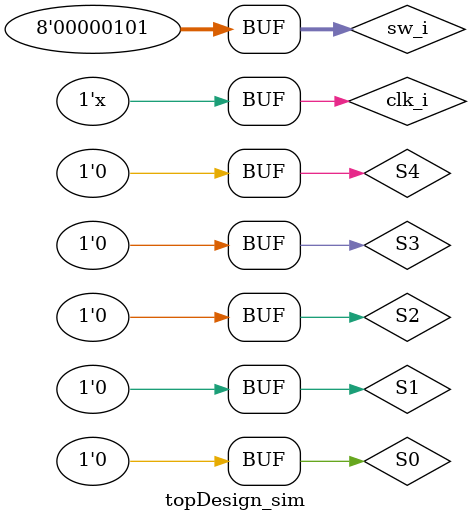
<source format=v>
`timescale 1ns / 1ps


module topDesign_sim(

    );
    reg clk_i = 0;
    reg S1 = 0,
        S2 = 0,
        S3 = 0,
        S4 = 0,
        S0 = 0;
    reg [7:0]sw_i;
    wire [6:0]led_o_l,led_o_r;
    wire [7:0] en_seg;
    
    
    topDesign U_topDesign_sim1(
    .clk_i  (clk_i),
    .S4     (S4),
    .S3     (S3),
    .S2     (S2),
    .S1     (S1),
    .S0     (S0),
    .sw_i   (sw_i),
    .led_o_l(led_o_l),
    .led_o_r(led_o_r),
    .en_seg (en_seg)
    );
    always #1 clk_i = ~clk_i;
    initial begin
    #100 S0 = 1;
    #10 S0 = 0;
    #1000 S1 = 1;
    #10 S1 = 0;
    sw_i[7:0] = 8'b00000011;
    #100 S2 = 1;
    #10 S2 = 0;
    #10 sw_i[7:0] = 8'b00000111;
    #1 S3 = 1;#1 S3=0;
    #10 sw_i[7:0] = 8'b00000111;
    #1 S3 = 1;#1 S3=0;    
    #10 sw_i[7:0] = 8'b00000011;

    #1 S3 = 1;#1 S3=0;
    #1 sw_i[7:0] = 8'b00000101;
    #1 S3 = 1;#1 S3=0;
    #1 sw_i[7:0] = 8'b00000010;
    #1 S3 = 1;#1 S3=0;
    #1 sw_i[7:0] = 8'b00000101;
    #1 S3 = 1;#1 S3=0;
//    #10000 S4 = 1;
    
//    #100 S4 = 0;
//    #10000 S0 = 1;
//    #100 S0 = 0;
//    #100 S4 = 1;
    
//    #1 S4 = 0;
    end
endmodule

</source>
